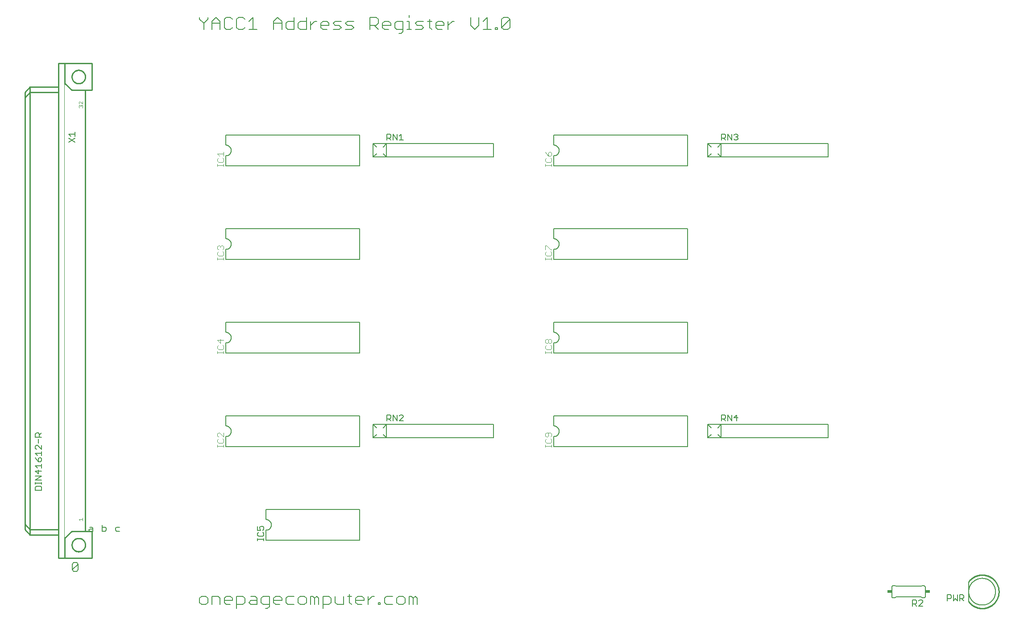
<source format=gbr>
G04 EAGLE Gerber RS-274X export*
G75*
%MOMM*%
%FSLAX34Y34*%
%LPD*%
%INSilkscreen Top*%
%IPPOS*%
%AMOC8*
5,1,8,0,0,1.08239X$1,22.5*%
G01*
%ADD10C,0.203200*%
%ADD11C,0.152400*%
%ADD12C,0.254000*%
%ADD13C,0.050800*%
%ADD14C,0.076200*%
%ADD15C,0.127000*%
%ADD16R,0.863600X0.609600*%
%ADD17C,0.101600*%


D10*
X255016Y1129304D02*
X255016Y1125406D01*
X262812Y1117610D01*
X270608Y1125406D01*
X270608Y1129304D01*
X262812Y1117610D02*
X262812Y1105916D01*
X278404Y1105916D02*
X278404Y1121508D01*
X286200Y1129304D01*
X293996Y1121508D01*
X293996Y1105916D01*
X293996Y1117610D02*
X278404Y1117610D01*
X313486Y1129304D02*
X317384Y1125406D01*
X313486Y1129304D02*
X305690Y1129304D01*
X301792Y1125406D01*
X301792Y1109814D01*
X305690Y1105916D01*
X313486Y1105916D01*
X317384Y1109814D01*
X336874Y1129304D02*
X340772Y1125406D01*
X336874Y1129304D02*
X329078Y1129304D01*
X325180Y1125406D01*
X325180Y1109814D01*
X329078Y1105916D01*
X336874Y1105916D01*
X340772Y1109814D01*
X348568Y1121508D02*
X356364Y1129304D01*
X356364Y1105916D01*
X348568Y1105916D02*
X364160Y1105916D01*
X395344Y1105916D02*
X395344Y1121508D01*
X403140Y1129304D01*
X410936Y1121508D01*
X410936Y1105916D01*
X410936Y1117610D02*
X395344Y1117610D01*
X434324Y1129304D02*
X434324Y1105916D01*
X422630Y1105916D01*
X418732Y1109814D01*
X418732Y1117610D01*
X422630Y1121508D01*
X434324Y1121508D01*
X457712Y1129304D02*
X457712Y1105916D01*
X446018Y1105916D01*
X442120Y1109814D01*
X442120Y1117610D01*
X446018Y1121508D01*
X457712Y1121508D01*
X465508Y1121508D02*
X465508Y1105916D01*
X465508Y1113712D02*
X473304Y1121508D01*
X477202Y1121508D01*
X488896Y1105916D02*
X496692Y1105916D01*
X488896Y1105916D02*
X484998Y1109814D01*
X484998Y1117610D01*
X488896Y1121508D01*
X496692Y1121508D01*
X500590Y1117610D01*
X500590Y1113712D01*
X484998Y1113712D01*
X508386Y1105916D02*
X520080Y1105916D01*
X523978Y1109814D01*
X520080Y1113712D01*
X512284Y1113712D01*
X508386Y1117610D01*
X512284Y1121508D01*
X523978Y1121508D01*
X531774Y1105916D02*
X543468Y1105916D01*
X547366Y1109814D01*
X543468Y1113712D01*
X535672Y1113712D01*
X531774Y1117610D01*
X535672Y1121508D01*
X547366Y1121508D01*
X578550Y1129304D02*
X578550Y1105916D01*
X578550Y1129304D02*
X590244Y1129304D01*
X594142Y1125406D01*
X594142Y1117610D01*
X590244Y1113712D01*
X578550Y1113712D01*
X586346Y1113712D02*
X594142Y1105916D01*
X605836Y1105916D02*
X613632Y1105916D01*
X605836Y1105916D02*
X601938Y1109814D01*
X601938Y1117610D01*
X605836Y1121508D01*
X613632Y1121508D01*
X617530Y1117610D01*
X617530Y1113712D01*
X601938Y1113712D01*
X633121Y1098120D02*
X637019Y1098120D01*
X640917Y1102018D01*
X640917Y1121508D01*
X629223Y1121508D01*
X625326Y1117610D01*
X625326Y1109814D01*
X629223Y1105916D01*
X640917Y1105916D01*
X648713Y1121508D02*
X652611Y1121508D01*
X652611Y1105916D01*
X648713Y1105916D02*
X656509Y1105916D01*
X652611Y1129304D02*
X652611Y1133202D01*
X664305Y1105916D02*
X675999Y1105916D01*
X679897Y1109814D01*
X675999Y1113712D01*
X668203Y1113712D01*
X664305Y1117610D01*
X668203Y1121508D01*
X679897Y1121508D01*
X691591Y1125406D02*
X691591Y1109814D01*
X695489Y1105916D01*
X695489Y1121508D02*
X687693Y1121508D01*
X707183Y1105916D02*
X714979Y1105916D01*
X707183Y1105916D02*
X703285Y1109814D01*
X703285Y1117610D01*
X707183Y1121508D01*
X714979Y1121508D01*
X718877Y1117610D01*
X718877Y1113712D01*
X703285Y1113712D01*
X726673Y1105916D02*
X726673Y1121508D01*
X726673Y1113712D02*
X734469Y1121508D01*
X738367Y1121508D01*
X769551Y1129304D02*
X769551Y1113712D01*
X777347Y1105916D01*
X785143Y1113712D01*
X785143Y1129304D01*
X792939Y1121508D02*
X800735Y1129304D01*
X800735Y1105916D01*
X792939Y1105916D02*
X808531Y1105916D01*
X816327Y1105916D02*
X816327Y1109814D01*
X820225Y1109814D01*
X820225Y1105916D01*
X816327Y1105916D01*
X828021Y1109814D02*
X828021Y1125406D01*
X831919Y1129304D01*
X839715Y1129304D01*
X843613Y1125406D01*
X843613Y1109814D01*
X839715Y1105916D01*
X831919Y1105916D01*
X828021Y1109814D01*
X843613Y1125406D01*
X266710Y13716D02*
X258914Y13716D01*
X266710Y13716D02*
X270608Y17614D01*
X270608Y25410D01*
X266710Y29308D01*
X258914Y29308D01*
X255016Y25410D01*
X255016Y17614D01*
X258914Y13716D01*
X278404Y13716D02*
X278404Y29308D01*
X290098Y29308D01*
X293996Y25410D01*
X293996Y13716D01*
X305690Y13716D02*
X313486Y13716D01*
X305690Y13716D02*
X301792Y17614D01*
X301792Y25410D01*
X305690Y29308D01*
X313486Y29308D01*
X317384Y25410D01*
X317384Y21512D01*
X301792Y21512D01*
X325180Y29308D02*
X325180Y5920D01*
X325180Y29308D02*
X336874Y29308D01*
X340772Y25410D01*
X340772Y17614D01*
X336874Y13716D01*
X325180Y13716D01*
X352466Y29308D02*
X360262Y29308D01*
X364160Y25410D01*
X364160Y13716D01*
X352466Y13716D01*
X348568Y17614D01*
X352466Y21512D01*
X364160Y21512D01*
X379752Y5920D02*
X383650Y5920D01*
X387548Y9818D01*
X387548Y29308D01*
X375854Y29308D01*
X371956Y25410D01*
X371956Y17614D01*
X375854Y13716D01*
X387548Y13716D01*
X399242Y13716D02*
X407038Y13716D01*
X399242Y13716D02*
X395344Y17614D01*
X395344Y25410D01*
X399242Y29308D01*
X407038Y29308D01*
X410936Y25410D01*
X410936Y21512D01*
X395344Y21512D01*
X422630Y29308D02*
X434324Y29308D01*
X422630Y29308D02*
X418732Y25410D01*
X418732Y17614D01*
X422630Y13716D01*
X434324Y13716D01*
X446018Y13716D02*
X453814Y13716D01*
X457712Y17614D01*
X457712Y25410D01*
X453814Y29308D01*
X446018Y29308D01*
X442120Y25410D01*
X442120Y17614D01*
X446018Y13716D01*
X465508Y13716D02*
X465508Y29308D01*
X469406Y29308D01*
X473304Y25410D01*
X473304Y13716D01*
X473304Y25410D02*
X477202Y29308D01*
X481100Y25410D01*
X481100Y13716D01*
X488896Y5920D02*
X488896Y29308D01*
X500590Y29308D01*
X504488Y25410D01*
X504488Y17614D01*
X500590Y13716D01*
X488896Y13716D01*
X512284Y17614D02*
X512284Y29308D01*
X512284Y17614D02*
X516182Y13716D01*
X527876Y13716D01*
X527876Y29308D01*
X539570Y33206D02*
X539570Y17614D01*
X543468Y13716D01*
X543468Y29308D02*
X535672Y29308D01*
X555162Y13716D02*
X562958Y13716D01*
X555162Y13716D02*
X551264Y17614D01*
X551264Y25410D01*
X555162Y29308D01*
X562958Y29308D01*
X566856Y25410D01*
X566856Y21512D01*
X551264Y21512D01*
X574652Y13716D02*
X574652Y29308D01*
X574652Y21512D02*
X582448Y29308D01*
X586346Y29308D01*
X594142Y17614D02*
X594142Y13716D01*
X594142Y17614D02*
X598040Y17614D01*
X598040Y13716D01*
X594142Y13716D01*
X609733Y29308D02*
X621427Y29308D01*
X609733Y29308D02*
X605836Y25410D01*
X605836Y17614D01*
X609733Y13716D01*
X621427Y13716D01*
X633121Y13716D02*
X640917Y13716D01*
X644815Y17614D01*
X644815Y25410D01*
X640917Y29308D01*
X633121Y29308D01*
X629223Y25410D01*
X629223Y17614D01*
X633121Y13716D01*
X652611Y13716D02*
X652611Y29308D01*
X656509Y29308D01*
X660407Y25410D01*
X660407Y13716D01*
X660407Y25410D02*
X664305Y29308D01*
X668203Y25410D01*
X668203Y13716D01*
D11*
X13462Y79674D02*
X13462Y90520D01*
X16174Y93232D01*
X21597Y93232D01*
X24309Y90520D01*
X24309Y79674D01*
X21597Y76962D01*
X16174Y76962D01*
X13462Y79674D01*
X24309Y90520D01*
D12*
X-76200Y986790D02*
X-67310Y996950D01*
X-12700Y996950D01*
X-13970Y986790D02*
X-67310Y986790D01*
X-76200Y986790D02*
X-76200Y976630D01*
X-76200Y166370D01*
X-76200Y156210D01*
X-67310Y156210D02*
X-13970Y156210D01*
X-67310Y146050D02*
X-76200Y156210D01*
X-67310Y146050D02*
X-12700Y146050D01*
D13*
X-2200Y102900D02*
X-2200Y1041370D01*
D12*
X-12600Y1041370D02*
X-12600Y102900D01*
X-12700Y102000D02*
X50800Y101999D01*
X50800Y1041400D02*
X-1270Y1041400D01*
X-12700Y1041400D01*
X50800Y101999D02*
X50800Y101601D01*
X50800Y101999D02*
X50800Y152400D01*
X38100Y152400D01*
X12700Y152400D01*
X-1270Y139700D01*
X50800Y990600D02*
X50800Y1041400D01*
X50800Y990600D02*
X38100Y990600D01*
X12700Y990600D01*
X-1270Y1003300D01*
X38100Y990600D02*
X38100Y152400D01*
X-67310Y156210D02*
X-76200Y166370D01*
X-67310Y986790D02*
X-67310Y996950D01*
X-67310Y986790D02*
X-67310Y156210D01*
X-67310Y146050D01*
X-76200Y976630D02*
X-67310Y986790D01*
X-1270Y139700D02*
X-1270Y102870D01*
X-1270Y1003300D02*
X-1270Y1041400D01*
X12700Y1016064D02*
X12704Y1016376D01*
X12715Y1016687D01*
X12734Y1016998D01*
X12761Y1017309D01*
X12796Y1017619D01*
X12837Y1017927D01*
X12887Y1018235D01*
X12944Y1018542D01*
X13009Y1018847D01*
X13081Y1019150D01*
X13160Y1019451D01*
X13247Y1019751D01*
X13341Y1020048D01*
X13442Y1020343D01*
X13551Y1020635D01*
X13667Y1020924D01*
X13790Y1021211D01*
X13919Y1021494D01*
X14056Y1021774D01*
X14200Y1022051D01*
X14350Y1022324D01*
X14507Y1022593D01*
X14670Y1022858D01*
X14840Y1023120D01*
X15017Y1023377D01*
X15199Y1023629D01*
X15388Y1023877D01*
X15583Y1024121D01*
X15783Y1024359D01*
X15990Y1024593D01*
X16202Y1024821D01*
X16420Y1025044D01*
X16643Y1025262D01*
X16871Y1025474D01*
X17105Y1025681D01*
X17343Y1025881D01*
X17587Y1026076D01*
X17835Y1026265D01*
X18087Y1026447D01*
X18344Y1026624D01*
X18606Y1026794D01*
X18871Y1026957D01*
X19140Y1027114D01*
X19413Y1027264D01*
X19690Y1027408D01*
X19970Y1027545D01*
X20253Y1027674D01*
X20540Y1027797D01*
X20829Y1027913D01*
X21121Y1028022D01*
X21416Y1028123D01*
X21713Y1028217D01*
X22013Y1028304D01*
X22314Y1028383D01*
X22617Y1028455D01*
X22922Y1028520D01*
X23229Y1028577D01*
X23537Y1028627D01*
X23845Y1028668D01*
X24155Y1028703D01*
X24466Y1028730D01*
X24777Y1028749D01*
X25088Y1028760D01*
X25400Y1028764D01*
X25712Y1028760D01*
X26023Y1028749D01*
X26334Y1028730D01*
X26645Y1028703D01*
X26955Y1028668D01*
X27263Y1028627D01*
X27571Y1028577D01*
X27878Y1028520D01*
X28183Y1028455D01*
X28486Y1028383D01*
X28787Y1028304D01*
X29087Y1028217D01*
X29384Y1028123D01*
X29679Y1028022D01*
X29971Y1027913D01*
X30260Y1027797D01*
X30547Y1027674D01*
X30830Y1027545D01*
X31110Y1027408D01*
X31387Y1027264D01*
X31660Y1027114D01*
X31929Y1026957D01*
X32194Y1026794D01*
X32456Y1026624D01*
X32713Y1026447D01*
X32965Y1026265D01*
X33213Y1026076D01*
X33457Y1025881D01*
X33695Y1025681D01*
X33929Y1025474D01*
X34157Y1025262D01*
X34380Y1025044D01*
X34598Y1024821D01*
X34810Y1024593D01*
X35017Y1024359D01*
X35217Y1024121D01*
X35412Y1023877D01*
X35601Y1023629D01*
X35783Y1023377D01*
X35960Y1023120D01*
X36130Y1022858D01*
X36293Y1022593D01*
X36450Y1022324D01*
X36600Y1022051D01*
X36744Y1021774D01*
X36881Y1021494D01*
X37010Y1021211D01*
X37133Y1020924D01*
X37249Y1020635D01*
X37358Y1020343D01*
X37459Y1020048D01*
X37553Y1019751D01*
X37640Y1019451D01*
X37719Y1019150D01*
X37791Y1018847D01*
X37856Y1018542D01*
X37913Y1018235D01*
X37963Y1017927D01*
X38004Y1017619D01*
X38039Y1017309D01*
X38066Y1016998D01*
X38085Y1016687D01*
X38096Y1016376D01*
X38100Y1016064D01*
X38096Y1015752D01*
X38085Y1015441D01*
X38066Y1015130D01*
X38039Y1014819D01*
X38004Y1014509D01*
X37963Y1014201D01*
X37913Y1013893D01*
X37856Y1013586D01*
X37791Y1013281D01*
X37719Y1012978D01*
X37640Y1012677D01*
X37553Y1012377D01*
X37459Y1012080D01*
X37358Y1011785D01*
X37249Y1011493D01*
X37133Y1011204D01*
X37010Y1010917D01*
X36881Y1010634D01*
X36744Y1010354D01*
X36600Y1010077D01*
X36450Y1009804D01*
X36293Y1009535D01*
X36130Y1009270D01*
X35960Y1009008D01*
X35783Y1008751D01*
X35601Y1008499D01*
X35412Y1008251D01*
X35217Y1008007D01*
X35017Y1007769D01*
X34810Y1007535D01*
X34598Y1007307D01*
X34380Y1007084D01*
X34157Y1006866D01*
X33929Y1006654D01*
X33695Y1006447D01*
X33457Y1006247D01*
X33213Y1006052D01*
X32965Y1005863D01*
X32713Y1005681D01*
X32456Y1005504D01*
X32194Y1005334D01*
X31929Y1005171D01*
X31660Y1005014D01*
X31387Y1004864D01*
X31110Y1004720D01*
X30830Y1004583D01*
X30547Y1004454D01*
X30260Y1004331D01*
X29971Y1004215D01*
X29679Y1004106D01*
X29384Y1004005D01*
X29087Y1003911D01*
X28787Y1003824D01*
X28486Y1003745D01*
X28183Y1003673D01*
X27878Y1003608D01*
X27571Y1003551D01*
X27263Y1003501D01*
X26955Y1003460D01*
X26645Y1003425D01*
X26334Y1003398D01*
X26023Y1003379D01*
X25712Y1003368D01*
X25400Y1003364D01*
X25088Y1003368D01*
X24777Y1003379D01*
X24466Y1003398D01*
X24155Y1003425D01*
X23845Y1003460D01*
X23537Y1003501D01*
X23229Y1003551D01*
X22922Y1003608D01*
X22617Y1003673D01*
X22314Y1003745D01*
X22013Y1003824D01*
X21713Y1003911D01*
X21416Y1004005D01*
X21121Y1004106D01*
X20829Y1004215D01*
X20540Y1004331D01*
X20253Y1004454D01*
X19970Y1004583D01*
X19690Y1004720D01*
X19413Y1004864D01*
X19140Y1005014D01*
X18871Y1005171D01*
X18606Y1005334D01*
X18344Y1005504D01*
X18087Y1005681D01*
X17835Y1005863D01*
X17587Y1006052D01*
X17343Y1006247D01*
X17105Y1006447D01*
X16871Y1006654D01*
X16643Y1006866D01*
X16420Y1007084D01*
X16202Y1007307D01*
X15990Y1007535D01*
X15783Y1007769D01*
X15583Y1008007D01*
X15388Y1008251D01*
X15199Y1008499D01*
X15017Y1008751D01*
X14840Y1009008D01*
X14670Y1009270D01*
X14507Y1009535D01*
X14350Y1009804D01*
X14200Y1010077D01*
X14056Y1010354D01*
X13919Y1010634D01*
X13790Y1010917D01*
X13667Y1011204D01*
X13551Y1011493D01*
X13442Y1011785D01*
X13341Y1012080D01*
X13247Y1012377D01*
X13160Y1012677D01*
X13081Y1012978D01*
X13009Y1013281D01*
X12944Y1013586D01*
X12887Y1013893D01*
X12837Y1014201D01*
X12796Y1014509D01*
X12761Y1014819D01*
X12734Y1015130D01*
X12715Y1015441D01*
X12704Y1015752D01*
X12700Y1016064D01*
X12700Y126936D02*
X12704Y127248D01*
X12715Y127559D01*
X12734Y127870D01*
X12761Y128181D01*
X12796Y128491D01*
X12837Y128799D01*
X12887Y129107D01*
X12944Y129414D01*
X13009Y129719D01*
X13081Y130022D01*
X13160Y130323D01*
X13247Y130623D01*
X13341Y130920D01*
X13442Y131215D01*
X13551Y131507D01*
X13667Y131796D01*
X13790Y132083D01*
X13919Y132366D01*
X14056Y132646D01*
X14200Y132923D01*
X14350Y133196D01*
X14507Y133465D01*
X14670Y133730D01*
X14840Y133992D01*
X15017Y134249D01*
X15199Y134501D01*
X15388Y134749D01*
X15583Y134993D01*
X15783Y135231D01*
X15990Y135465D01*
X16202Y135693D01*
X16420Y135916D01*
X16643Y136134D01*
X16871Y136346D01*
X17105Y136553D01*
X17343Y136753D01*
X17587Y136948D01*
X17835Y137137D01*
X18087Y137319D01*
X18344Y137496D01*
X18606Y137666D01*
X18871Y137829D01*
X19140Y137986D01*
X19413Y138136D01*
X19690Y138280D01*
X19970Y138417D01*
X20253Y138546D01*
X20540Y138669D01*
X20829Y138785D01*
X21121Y138894D01*
X21416Y138995D01*
X21713Y139089D01*
X22013Y139176D01*
X22314Y139255D01*
X22617Y139327D01*
X22922Y139392D01*
X23229Y139449D01*
X23537Y139499D01*
X23845Y139540D01*
X24155Y139575D01*
X24466Y139602D01*
X24777Y139621D01*
X25088Y139632D01*
X25400Y139636D01*
X25712Y139632D01*
X26023Y139621D01*
X26334Y139602D01*
X26645Y139575D01*
X26955Y139540D01*
X27263Y139499D01*
X27571Y139449D01*
X27878Y139392D01*
X28183Y139327D01*
X28486Y139255D01*
X28787Y139176D01*
X29087Y139089D01*
X29384Y138995D01*
X29679Y138894D01*
X29971Y138785D01*
X30260Y138669D01*
X30547Y138546D01*
X30830Y138417D01*
X31110Y138280D01*
X31387Y138136D01*
X31660Y137986D01*
X31929Y137829D01*
X32194Y137666D01*
X32456Y137496D01*
X32713Y137319D01*
X32965Y137137D01*
X33213Y136948D01*
X33457Y136753D01*
X33695Y136553D01*
X33929Y136346D01*
X34157Y136134D01*
X34380Y135916D01*
X34598Y135693D01*
X34810Y135465D01*
X35017Y135231D01*
X35217Y134993D01*
X35412Y134749D01*
X35601Y134501D01*
X35783Y134249D01*
X35960Y133992D01*
X36130Y133730D01*
X36293Y133465D01*
X36450Y133196D01*
X36600Y132923D01*
X36744Y132646D01*
X36881Y132366D01*
X37010Y132083D01*
X37133Y131796D01*
X37249Y131507D01*
X37358Y131215D01*
X37459Y130920D01*
X37553Y130623D01*
X37640Y130323D01*
X37719Y130022D01*
X37791Y129719D01*
X37856Y129414D01*
X37913Y129107D01*
X37963Y128799D01*
X38004Y128491D01*
X38039Y128181D01*
X38066Y127870D01*
X38085Y127559D01*
X38096Y127248D01*
X38100Y126936D01*
X38096Y126624D01*
X38085Y126313D01*
X38066Y126002D01*
X38039Y125691D01*
X38004Y125381D01*
X37963Y125073D01*
X37913Y124765D01*
X37856Y124458D01*
X37791Y124153D01*
X37719Y123850D01*
X37640Y123549D01*
X37553Y123249D01*
X37459Y122952D01*
X37358Y122657D01*
X37249Y122365D01*
X37133Y122076D01*
X37010Y121789D01*
X36881Y121506D01*
X36744Y121226D01*
X36600Y120949D01*
X36450Y120676D01*
X36293Y120407D01*
X36130Y120142D01*
X35960Y119880D01*
X35783Y119623D01*
X35601Y119371D01*
X35412Y119123D01*
X35217Y118879D01*
X35017Y118641D01*
X34810Y118407D01*
X34598Y118179D01*
X34380Y117956D01*
X34157Y117738D01*
X33929Y117526D01*
X33695Y117319D01*
X33457Y117119D01*
X33213Y116924D01*
X32965Y116735D01*
X32713Y116553D01*
X32456Y116376D01*
X32194Y116206D01*
X31929Y116043D01*
X31660Y115886D01*
X31387Y115736D01*
X31110Y115592D01*
X30830Y115455D01*
X30547Y115326D01*
X30260Y115203D01*
X29971Y115087D01*
X29679Y114978D01*
X29384Y114877D01*
X29087Y114783D01*
X28787Y114696D01*
X28486Y114617D01*
X28183Y114545D01*
X27878Y114480D01*
X27571Y114423D01*
X27263Y114373D01*
X26955Y114332D01*
X26645Y114297D01*
X26334Y114270D01*
X26023Y114251D01*
X25712Y114240D01*
X25400Y114236D01*
X25088Y114240D01*
X24777Y114251D01*
X24466Y114270D01*
X24155Y114297D01*
X23845Y114332D01*
X23537Y114373D01*
X23229Y114423D01*
X22922Y114480D01*
X22617Y114545D01*
X22314Y114617D01*
X22013Y114696D01*
X21713Y114783D01*
X21416Y114877D01*
X21121Y114978D01*
X20829Y115087D01*
X20540Y115203D01*
X20253Y115326D01*
X19970Y115455D01*
X19690Y115592D01*
X19413Y115736D01*
X19140Y115886D01*
X18871Y116043D01*
X18606Y116206D01*
X18344Y116376D01*
X18087Y116553D01*
X17835Y116735D01*
X17587Y116924D01*
X17343Y117119D01*
X17105Y117319D01*
X16871Y117526D01*
X16643Y117738D01*
X16420Y117956D01*
X16202Y118179D01*
X15990Y118407D01*
X15783Y118641D01*
X15583Y118879D01*
X15388Y119123D01*
X15199Y119371D01*
X15017Y119623D01*
X14840Y119880D01*
X14670Y120142D01*
X14507Y120407D01*
X14350Y120676D01*
X14200Y120949D01*
X14056Y121226D01*
X13919Y121506D01*
X13790Y121789D01*
X13667Y122076D01*
X13551Y122365D01*
X13442Y122657D01*
X13341Y122952D01*
X13247Y123249D01*
X13160Y123549D01*
X13081Y123850D01*
X13009Y124153D01*
X12944Y124458D01*
X12887Y124765D01*
X12837Y125073D01*
X12796Y125381D01*
X12761Y125691D01*
X12734Y126002D01*
X12715Y126313D01*
X12704Y126624D01*
X12700Y126936D01*
D14*
X28232Y173237D02*
X25775Y175694D01*
X33147Y175694D01*
X33147Y173237D02*
X33147Y178152D01*
D15*
X46728Y160662D02*
X50541Y160662D01*
X52448Y158755D01*
X52448Y153035D01*
X46728Y153035D01*
X44821Y154942D01*
X46728Y156848D01*
X52448Y156848D01*
X70221Y153035D02*
X70221Y164475D01*
X70221Y153035D02*
X75941Y153035D01*
X77848Y154942D01*
X77848Y158755D01*
X75941Y160662D01*
X70221Y160662D01*
X97528Y160662D02*
X103248Y160662D01*
X97528Y160662D02*
X95621Y158755D01*
X95621Y154942D01*
X97528Y153035D01*
X103248Y153035D01*
D14*
X27003Y956963D02*
X25775Y958191D01*
X25775Y960649D01*
X27003Y961878D01*
X28232Y961878D01*
X29461Y960649D01*
X29461Y959420D01*
X29461Y960649D02*
X30690Y961878D01*
X31918Y961878D01*
X33147Y960649D01*
X33147Y958191D01*
X31918Y956963D01*
X33147Y964447D02*
X33147Y969362D01*
X33147Y964447D02*
X28232Y969362D01*
X27003Y969362D01*
X25775Y968133D01*
X25775Y965676D01*
X27003Y964447D01*
D15*
X-45085Y230493D02*
X-56525Y230493D01*
X-45085Y230493D02*
X-45085Y236213D01*
X-46992Y238120D01*
X-54618Y238120D01*
X-56525Y236213D01*
X-56525Y230493D01*
X-45085Y242187D02*
X-45085Y246000D01*
X-45085Y244094D02*
X-56525Y244094D01*
X-56525Y246000D02*
X-56525Y242187D01*
X-56525Y249983D02*
X-45085Y249983D01*
X-45085Y257610D02*
X-56525Y249983D01*
X-56525Y257610D02*
X-45085Y257610D01*
X-45085Y267397D02*
X-56525Y267397D01*
X-50805Y261677D01*
X-50805Y269303D01*
X-52712Y273371D02*
X-56525Y277184D01*
X-45085Y277184D01*
X-45085Y273371D02*
X-45085Y280997D01*
X-54618Y288878D02*
X-56525Y292691D01*
X-54618Y288878D02*
X-50805Y285065D01*
X-46992Y285065D01*
X-45085Y286972D01*
X-45085Y290785D01*
X-46992Y292691D01*
X-48898Y292691D01*
X-50805Y290785D01*
X-50805Y285065D01*
X-52712Y296759D02*
X-56525Y300572D01*
X-45085Y300572D01*
X-45085Y296759D02*
X-45085Y304385D01*
X-45085Y308453D02*
X-45085Y316079D01*
X-45085Y308453D02*
X-52712Y316079D01*
X-54618Y316079D01*
X-56525Y314173D01*
X-56525Y310359D01*
X-54618Y308453D01*
X-50805Y320147D02*
X-50805Y327773D01*
X-45085Y331841D02*
X-56525Y331841D01*
X-56525Y337561D01*
X-54618Y339467D01*
X-50805Y339467D01*
X-48898Y337561D01*
X-48898Y331841D01*
X-48898Y335654D02*
X-45085Y339467D01*
X6975Y891647D02*
X18415Y899274D01*
X18415Y891647D02*
X6975Y899274D01*
X10789Y903341D02*
X6975Y907154D01*
X18415Y907154D01*
X18415Y903341D02*
X18415Y910968D01*
D10*
X1714500Y57150D02*
X1714500Y19050D01*
D12*
X1714974Y18434D01*
X1715463Y17829D01*
X1715967Y17237D01*
X1716485Y16657D01*
X1717017Y16090D01*
X1717563Y15536D01*
X1718122Y14996D01*
X1718695Y14470D01*
X1719280Y13957D01*
X1719877Y13460D01*
X1720486Y12977D01*
X1721107Y12509D01*
X1721740Y12056D01*
X1722383Y11619D01*
X1723037Y11198D01*
X1723701Y10794D01*
X1724374Y10405D01*
X1725057Y10033D01*
X1725749Y9678D01*
X1726449Y9340D01*
X1727157Y9019D01*
X1727873Y8716D01*
X1728597Y8430D01*
X1729326Y8162D01*
X1730063Y7912D01*
X1730805Y7681D01*
X1731553Y7467D01*
X1732305Y7272D01*
X1733063Y7095D01*
X1733824Y6937D01*
X1734589Y6797D01*
X1735357Y6677D01*
X1736128Y6575D01*
X1736901Y6492D01*
X1737676Y6428D01*
X1738452Y6383D01*
X1739229Y6357D01*
X1740007Y6350D01*
X1740784Y6362D01*
X1741561Y6393D01*
X1742337Y6444D01*
X1743112Y6513D01*
X1743884Y6601D01*
X1744654Y6708D01*
X1745422Y6834D01*
X1746186Y6978D01*
X1746946Y7142D01*
X1747702Y7324D01*
X1748453Y7524D01*
X1749200Y7742D01*
X1749940Y7979D01*
X1750675Y8234D01*
X1751403Y8507D01*
X1752124Y8798D01*
X1752838Y9106D01*
X1753544Y9431D01*
X1754242Y9774D01*
X1754932Y10134D01*
X1755612Y10510D01*
X1756283Y10903D01*
X1756944Y11313D01*
X1757595Y11738D01*
X1758235Y12179D01*
X1758864Y12636D01*
X1759482Y13108D01*
X1760088Y13595D01*
X1760682Y14097D01*
X1761264Y14613D01*
X1761833Y15143D01*
X1762388Y15687D01*
X1762931Y16245D01*
X1763459Y16815D01*
X1763973Y17398D01*
X1764473Y17994D01*
X1764958Y18602D01*
X1765428Y19221D01*
X1765882Y19852D01*
X1766321Y20494D01*
X1766745Y21146D01*
X1767152Y21809D01*
X1767543Y22481D01*
X1767917Y23163D01*
X1768274Y23853D01*
X1768614Y24552D01*
X1768938Y25260D01*
X1769243Y25974D01*
X1769532Y26697D01*
X1769802Y27426D01*
X1770054Y28161D01*
X1770289Y28903D01*
X1770505Y29650D01*
X1770703Y30402D01*
X1770882Y31158D01*
X1771043Y31919D01*
X1771185Y32683D01*
X1771308Y33451D01*
X1771412Y34222D01*
X1771498Y34995D01*
X1771564Y35769D01*
X1771612Y36545D01*
X1771640Y37322D01*
X1771650Y38100D01*
X1771640Y38878D01*
X1771612Y39655D01*
X1771564Y40431D01*
X1771498Y41205D01*
X1771412Y41978D01*
X1771308Y42749D01*
X1771185Y43517D01*
X1771043Y44281D01*
X1770882Y45042D01*
X1770703Y45798D01*
X1770505Y46550D01*
X1770289Y47297D01*
X1770054Y48039D01*
X1769802Y48774D01*
X1769532Y49503D01*
X1769243Y50226D01*
X1768938Y50940D01*
X1768614Y51648D01*
X1768274Y52347D01*
X1767917Y53037D01*
X1767543Y53719D01*
X1767152Y54391D01*
X1766745Y55054D01*
X1766321Y55706D01*
X1765882Y56348D01*
X1765428Y56979D01*
X1764958Y57598D01*
X1764473Y58206D01*
X1763973Y58802D01*
X1763459Y59385D01*
X1762931Y59955D01*
X1762388Y60513D01*
X1761833Y61057D01*
X1761264Y61587D01*
X1760682Y62103D01*
X1760088Y62605D01*
X1759482Y63092D01*
X1758864Y63564D01*
X1758235Y64021D01*
X1757595Y64462D01*
X1756944Y64887D01*
X1756283Y65297D01*
X1755612Y65690D01*
X1754932Y66066D01*
X1754242Y66426D01*
X1753544Y66769D01*
X1752838Y67094D01*
X1752124Y67402D01*
X1751403Y67693D01*
X1750675Y67966D01*
X1749940Y68221D01*
X1749200Y68458D01*
X1748453Y68676D01*
X1747702Y68876D01*
X1746946Y69058D01*
X1746186Y69222D01*
X1745422Y69366D01*
X1744654Y69492D01*
X1743884Y69599D01*
X1743112Y69687D01*
X1742337Y69756D01*
X1741561Y69807D01*
X1740784Y69838D01*
X1740007Y69850D01*
X1739229Y69843D01*
X1738452Y69817D01*
X1737676Y69772D01*
X1736901Y69708D01*
X1736128Y69625D01*
X1735357Y69523D01*
X1734589Y69403D01*
X1733824Y69263D01*
X1733063Y69105D01*
X1732305Y68928D01*
X1731553Y68733D01*
X1730805Y68519D01*
X1730063Y68288D01*
X1729326Y68038D01*
X1728597Y67770D01*
X1727873Y67484D01*
X1727157Y67181D01*
X1726449Y66860D01*
X1725749Y66522D01*
X1725057Y66167D01*
X1724374Y65795D01*
X1723701Y65406D01*
X1723037Y65002D01*
X1722383Y64581D01*
X1721740Y64144D01*
X1721107Y63691D01*
X1720486Y63223D01*
X1719877Y62740D01*
X1719280Y62243D01*
X1718695Y61730D01*
X1718122Y61204D01*
X1717563Y60664D01*
X1717017Y60110D01*
X1716485Y59543D01*
X1715967Y58963D01*
X1715463Y58371D01*
X1714974Y57766D01*
X1714500Y57150D01*
D11*
X1714500Y38100D02*
X1714508Y38723D01*
X1714531Y39346D01*
X1714569Y39969D01*
X1714622Y40590D01*
X1714691Y41209D01*
X1714775Y41827D01*
X1714874Y42442D01*
X1714988Y43055D01*
X1715117Y43665D01*
X1715261Y44272D01*
X1715420Y44875D01*
X1715594Y45473D01*
X1715782Y46068D01*
X1715985Y46657D01*
X1716202Y47241D01*
X1716433Y47820D01*
X1716679Y48393D01*
X1716939Y48960D01*
X1717212Y49520D01*
X1717499Y50073D01*
X1717800Y50620D01*
X1718114Y51158D01*
X1718441Y51689D01*
X1718781Y52211D01*
X1719133Y52726D01*
X1719499Y53231D01*
X1719876Y53727D01*
X1720266Y54214D01*
X1720667Y54691D01*
X1721080Y55158D01*
X1721504Y55614D01*
X1721939Y56061D01*
X1722386Y56496D01*
X1722842Y56920D01*
X1723309Y57333D01*
X1723786Y57734D01*
X1724273Y58124D01*
X1724769Y58501D01*
X1725274Y58867D01*
X1725789Y59219D01*
X1726311Y59559D01*
X1726842Y59886D01*
X1727380Y60200D01*
X1727927Y60501D01*
X1728480Y60788D01*
X1729040Y61061D01*
X1729607Y61321D01*
X1730180Y61567D01*
X1730759Y61798D01*
X1731343Y62015D01*
X1731932Y62218D01*
X1732527Y62406D01*
X1733125Y62580D01*
X1733728Y62739D01*
X1734335Y62883D01*
X1734945Y63012D01*
X1735558Y63126D01*
X1736173Y63225D01*
X1736791Y63309D01*
X1737410Y63378D01*
X1738031Y63431D01*
X1738654Y63469D01*
X1739277Y63492D01*
X1739900Y63500D01*
X1740523Y63492D01*
X1741146Y63469D01*
X1741769Y63431D01*
X1742390Y63378D01*
X1743009Y63309D01*
X1743627Y63225D01*
X1744242Y63126D01*
X1744855Y63012D01*
X1745465Y62883D01*
X1746072Y62739D01*
X1746675Y62580D01*
X1747273Y62406D01*
X1747868Y62218D01*
X1748457Y62015D01*
X1749041Y61798D01*
X1749620Y61567D01*
X1750193Y61321D01*
X1750760Y61061D01*
X1751320Y60788D01*
X1751873Y60501D01*
X1752420Y60200D01*
X1752958Y59886D01*
X1753489Y59559D01*
X1754011Y59219D01*
X1754526Y58867D01*
X1755031Y58501D01*
X1755527Y58124D01*
X1756014Y57734D01*
X1756491Y57333D01*
X1756958Y56920D01*
X1757414Y56496D01*
X1757861Y56061D01*
X1758296Y55614D01*
X1758720Y55158D01*
X1759133Y54691D01*
X1759534Y54214D01*
X1759924Y53727D01*
X1760301Y53231D01*
X1760667Y52726D01*
X1761019Y52211D01*
X1761359Y51689D01*
X1761686Y51158D01*
X1762000Y50620D01*
X1762301Y50073D01*
X1762588Y49520D01*
X1762861Y48960D01*
X1763121Y48393D01*
X1763367Y47820D01*
X1763598Y47241D01*
X1763815Y46657D01*
X1764018Y46068D01*
X1764206Y45473D01*
X1764380Y44875D01*
X1764539Y44272D01*
X1764683Y43665D01*
X1764812Y43055D01*
X1764926Y42442D01*
X1765025Y41827D01*
X1765109Y41209D01*
X1765178Y40590D01*
X1765231Y39969D01*
X1765269Y39346D01*
X1765292Y38723D01*
X1765300Y38100D01*
X1765292Y37477D01*
X1765269Y36854D01*
X1765231Y36231D01*
X1765178Y35610D01*
X1765109Y34991D01*
X1765025Y34373D01*
X1764926Y33758D01*
X1764812Y33145D01*
X1764683Y32535D01*
X1764539Y31928D01*
X1764380Y31325D01*
X1764206Y30727D01*
X1764018Y30132D01*
X1763815Y29543D01*
X1763598Y28959D01*
X1763367Y28380D01*
X1763121Y27807D01*
X1762861Y27240D01*
X1762588Y26680D01*
X1762301Y26127D01*
X1762000Y25580D01*
X1761686Y25042D01*
X1761359Y24511D01*
X1761019Y23989D01*
X1760667Y23474D01*
X1760301Y22969D01*
X1759924Y22473D01*
X1759534Y21986D01*
X1759133Y21509D01*
X1758720Y21042D01*
X1758296Y20586D01*
X1757861Y20139D01*
X1757414Y19704D01*
X1756958Y19280D01*
X1756491Y18867D01*
X1756014Y18466D01*
X1755527Y18076D01*
X1755031Y17699D01*
X1754526Y17333D01*
X1754011Y16981D01*
X1753489Y16641D01*
X1752958Y16314D01*
X1752420Y16000D01*
X1751873Y15699D01*
X1751320Y15412D01*
X1750760Y15139D01*
X1750193Y14879D01*
X1749620Y14633D01*
X1749041Y14402D01*
X1748457Y14185D01*
X1747868Y13982D01*
X1747273Y13794D01*
X1746675Y13620D01*
X1746072Y13461D01*
X1745465Y13317D01*
X1744855Y13188D01*
X1744242Y13074D01*
X1743627Y12975D01*
X1743009Y12891D01*
X1742390Y12822D01*
X1741769Y12769D01*
X1741146Y12731D01*
X1740523Y12708D01*
X1739900Y12700D01*
X1739277Y12708D01*
X1738654Y12731D01*
X1738031Y12769D01*
X1737410Y12822D01*
X1736791Y12891D01*
X1736173Y12975D01*
X1735558Y13074D01*
X1734945Y13188D01*
X1734335Y13317D01*
X1733728Y13461D01*
X1733125Y13620D01*
X1732527Y13794D01*
X1731932Y13982D01*
X1731343Y14185D01*
X1730759Y14402D01*
X1730180Y14633D01*
X1729607Y14879D01*
X1729040Y15139D01*
X1728480Y15412D01*
X1727927Y15699D01*
X1727380Y16000D01*
X1726842Y16314D01*
X1726311Y16641D01*
X1725789Y16981D01*
X1725274Y17333D01*
X1724769Y17699D01*
X1724273Y18076D01*
X1723786Y18466D01*
X1723309Y18867D01*
X1722842Y19280D01*
X1722386Y19704D01*
X1721939Y20139D01*
X1721504Y20586D01*
X1721080Y21042D01*
X1720667Y21509D01*
X1720266Y21986D01*
X1719876Y22473D01*
X1719499Y22969D01*
X1719133Y23474D01*
X1718781Y23989D01*
X1718441Y24511D01*
X1718114Y25042D01*
X1717800Y25580D01*
X1717499Y26127D01*
X1717212Y26680D01*
X1716939Y27240D01*
X1716679Y27807D01*
X1716433Y28380D01*
X1716202Y28959D01*
X1715985Y29543D01*
X1715782Y30132D01*
X1715594Y30727D01*
X1715420Y31325D01*
X1715261Y31928D01*
X1715117Y32535D01*
X1714988Y33145D01*
X1714874Y33758D01*
X1714775Y34373D01*
X1714691Y34991D01*
X1714622Y35610D01*
X1714569Y36231D01*
X1714531Y36854D01*
X1714508Y37477D01*
X1714500Y38100D01*
D15*
X1673703Y32141D02*
X1673703Y20701D01*
X1673703Y32141D02*
X1679423Y32141D01*
X1681330Y30234D01*
X1681330Y26421D01*
X1679423Y24514D01*
X1673703Y24514D01*
X1685397Y20701D02*
X1685397Y32141D01*
X1689210Y24514D02*
X1685397Y20701D01*
X1689210Y24514D02*
X1693024Y20701D01*
X1693024Y32141D01*
X1697091Y32141D02*
X1697091Y20701D01*
X1697091Y32141D02*
X1702811Y32141D01*
X1704717Y30234D01*
X1704717Y26421D01*
X1702811Y24514D01*
X1697091Y24514D01*
X1700904Y24514D02*
X1704717Y20701D01*
D11*
X1631950Y29210D02*
X1631948Y29110D01*
X1631942Y29011D01*
X1631932Y28911D01*
X1631919Y28813D01*
X1631901Y28714D01*
X1631880Y28617D01*
X1631855Y28521D01*
X1631826Y28425D01*
X1631793Y28331D01*
X1631757Y28238D01*
X1631717Y28147D01*
X1631673Y28057D01*
X1631626Y27969D01*
X1631576Y27883D01*
X1631522Y27799D01*
X1631465Y27717D01*
X1631405Y27638D01*
X1631341Y27560D01*
X1631275Y27486D01*
X1631206Y27414D01*
X1631134Y27345D01*
X1631060Y27279D01*
X1630982Y27215D01*
X1630903Y27155D01*
X1630821Y27098D01*
X1630737Y27044D01*
X1630651Y26994D01*
X1630563Y26947D01*
X1630473Y26903D01*
X1630382Y26863D01*
X1630289Y26827D01*
X1630195Y26794D01*
X1630099Y26765D01*
X1630003Y26740D01*
X1629906Y26719D01*
X1629807Y26701D01*
X1629709Y26688D01*
X1629609Y26678D01*
X1629510Y26672D01*
X1629410Y26670D01*
X1631950Y46990D02*
X1631948Y47090D01*
X1631942Y47189D01*
X1631932Y47289D01*
X1631919Y47387D01*
X1631901Y47486D01*
X1631880Y47583D01*
X1631855Y47679D01*
X1631826Y47775D01*
X1631793Y47869D01*
X1631757Y47962D01*
X1631717Y48053D01*
X1631673Y48143D01*
X1631626Y48231D01*
X1631576Y48317D01*
X1631522Y48401D01*
X1631465Y48483D01*
X1631405Y48562D01*
X1631341Y48640D01*
X1631275Y48714D01*
X1631206Y48786D01*
X1631134Y48855D01*
X1631060Y48921D01*
X1630982Y48985D01*
X1630903Y49045D01*
X1630821Y49102D01*
X1630737Y49156D01*
X1630651Y49206D01*
X1630563Y49253D01*
X1630473Y49297D01*
X1630382Y49337D01*
X1630289Y49373D01*
X1630195Y49406D01*
X1630099Y49435D01*
X1630003Y49460D01*
X1629906Y49481D01*
X1629807Y49499D01*
X1629709Y49512D01*
X1629609Y49522D01*
X1629510Y49528D01*
X1629410Y49530D01*
X1570990Y49530D02*
X1570890Y49528D01*
X1570791Y49522D01*
X1570691Y49512D01*
X1570593Y49499D01*
X1570494Y49481D01*
X1570397Y49460D01*
X1570301Y49435D01*
X1570205Y49406D01*
X1570111Y49373D01*
X1570018Y49337D01*
X1569927Y49297D01*
X1569837Y49253D01*
X1569749Y49206D01*
X1569663Y49156D01*
X1569579Y49102D01*
X1569497Y49045D01*
X1569418Y48985D01*
X1569340Y48921D01*
X1569266Y48855D01*
X1569194Y48786D01*
X1569125Y48714D01*
X1569059Y48640D01*
X1568995Y48562D01*
X1568935Y48483D01*
X1568878Y48401D01*
X1568824Y48317D01*
X1568774Y48231D01*
X1568727Y48143D01*
X1568683Y48053D01*
X1568643Y47962D01*
X1568607Y47869D01*
X1568574Y47775D01*
X1568545Y47679D01*
X1568520Y47583D01*
X1568499Y47486D01*
X1568481Y47387D01*
X1568468Y47289D01*
X1568458Y47189D01*
X1568452Y47090D01*
X1568450Y46990D01*
X1568450Y29210D02*
X1568452Y29110D01*
X1568458Y29011D01*
X1568468Y28911D01*
X1568481Y28813D01*
X1568499Y28714D01*
X1568520Y28617D01*
X1568545Y28521D01*
X1568574Y28425D01*
X1568607Y28331D01*
X1568643Y28238D01*
X1568683Y28147D01*
X1568727Y28057D01*
X1568774Y27969D01*
X1568824Y27883D01*
X1568878Y27799D01*
X1568935Y27717D01*
X1568995Y27638D01*
X1569059Y27560D01*
X1569125Y27486D01*
X1569194Y27414D01*
X1569266Y27345D01*
X1569340Y27279D01*
X1569418Y27215D01*
X1569497Y27155D01*
X1569579Y27098D01*
X1569663Y27044D01*
X1569749Y26994D01*
X1569837Y26947D01*
X1569927Y26903D01*
X1570018Y26863D01*
X1570111Y26827D01*
X1570205Y26794D01*
X1570301Y26765D01*
X1570397Y26740D01*
X1570494Y26719D01*
X1570593Y26701D01*
X1570691Y26688D01*
X1570791Y26678D01*
X1570890Y26672D01*
X1570990Y26670D01*
X1631950Y29210D02*
X1631950Y46990D01*
X1629410Y26670D02*
X1625600Y26670D01*
X1624330Y27940D01*
X1625600Y49530D02*
X1629410Y49530D01*
X1625600Y49530D02*
X1624330Y48260D01*
X1576070Y27940D02*
X1574800Y26670D01*
X1576070Y27940D02*
X1624330Y27940D01*
X1576070Y48260D02*
X1574800Y49530D01*
X1576070Y48260D02*
X1624330Y48260D01*
X1574800Y26670D02*
X1570990Y26670D01*
X1570990Y49530D02*
X1574800Y49530D01*
X1568450Y46990D02*
X1568450Y29210D01*
D16*
X1564132Y38100D03*
X1636268Y38100D03*
D15*
X1607927Y22235D02*
X1607927Y10795D01*
X1607927Y22235D02*
X1613647Y22235D01*
X1615554Y20328D01*
X1615554Y16515D01*
X1613647Y14608D01*
X1607927Y14608D01*
X1611740Y14608D02*
X1615554Y10795D01*
X1619621Y10795D02*
X1627248Y10795D01*
X1619621Y10795D02*
X1627248Y18422D01*
X1627248Y20328D01*
X1625341Y22235D01*
X1621528Y22235D01*
X1619621Y20328D01*
D11*
X558800Y905510D02*
X304800Y905510D01*
X304800Y847090D02*
X558800Y847090D01*
X558800Y905510D01*
X304800Y905510D02*
X304800Y886460D01*
X304800Y866140D02*
X304800Y847090D01*
X304800Y866140D02*
X305047Y866143D01*
X305295Y866152D01*
X305542Y866167D01*
X305788Y866188D01*
X306034Y866215D01*
X306279Y866248D01*
X306524Y866287D01*
X306767Y866332D01*
X307009Y866383D01*
X307250Y866440D01*
X307489Y866502D01*
X307727Y866571D01*
X307963Y866645D01*
X308197Y866725D01*
X308429Y866810D01*
X308659Y866902D01*
X308887Y866998D01*
X309112Y867101D01*
X309335Y867208D01*
X309555Y867322D01*
X309772Y867440D01*
X309987Y867564D01*
X310198Y867693D01*
X310406Y867827D01*
X310611Y867966D01*
X310812Y868110D01*
X311010Y868258D01*
X311204Y868412D01*
X311394Y868570D01*
X311580Y868733D01*
X311762Y868900D01*
X311940Y869072D01*
X312114Y869248D01*
X312284Y869428D01*
X312449Y869613D01*
X312609Y869801D01*
X312765Y869993D01*
X312917Y870189D01*
X313063Y870388D01*
X313205Y870591D01*
X313341Y870798D01*
X313473Y871007D01*
X313599Y871220D01*
X313720Y871436D01*
X313836Y871654D01*
X313946Y871876D01*
X314051Y872100D01*
X314151Y872326D01*
X314245Y872555D01*
X314333Y872786D01*
X314416Y873020D01*
X314493Y873255D01*
X314564Y873492D01*
X314630Y873730D01*
X314689Y873970D01*
X314743Y874212D01*
X314791Y874455D01*
X314833Y874698D01*
X314869Y874943D01*
X314899Y875189D01*
X314923Y875435D01*
X314941Y875682D01*
X314953Y875929D01*
X314959Y876176D01*
X314959Y876424D01*
X314953Y876671D01*
X314941Y876918D01*
X314923Y877165D01*
X314899Y877411D01*
X314869Y877657D01*
X314833Y877902D01*
X314791Y878145D01*
X314743Y878388D01*
X314689Y878630D01*
X314630Y878870D01*
X314564Y879108D01*
X314493Y879345D01*
X314416Y879580D01*
X314333Y879814D01*
X314245Y880045D01*
X314151Y880274D01*
X314051Y880500D01*
X313946Y880724D01*
X313836Y880946D01*
X313720Y881164D01*
X313599Y881380D01*
X313473Y881593D01*
X313341Y881802D01*
X313205Y882009D01*
X313063Y882212D01*
X312917Y882411D01*
X312765Y882607D01*
X312609Y882799D01*
X312449Y882987D01*
X312284Y883172D01*
X312114Y883352D01*
X311940Y883528D01*
X311762Y883700D01*
X311580Y883867D01*
X311394Y884030D01*
X311204Y884188D01*
X311010Y884342D01*
X310812Y884490D01*
X310611Y884634D01*
X310406Y884773D01*
X310198Y884907D01*
X309987Y885036D01*
X309772Y885160D01*
X309555Y885278D01*
X309335Y885392D01*
X309112Y885499D01*
X308887Y885602D01*
X308659Y885698D01*
X308429Y885790D01*
X308197Y885875D01*
X307963Y885955D01*
X307727Y886029D01*
X307489Y886098D01*
X307250Y886160D01*
X307009Y886217D01*
X306767Y886268D01*
X306524Y886313D01*
X306279Y886352D01*
X306034Y886385D01*
X305788Y886412D01*
X305542Y886433D01*
X305295Y886448D01*
X305047Y886457D01*
X304800Y886460D01*
D17*
X300482Y850226D02*
X300482Y846328D01*
X300482Y848277D02*
X288788Y848277D01*
X288788Y846328D02*
X288788Y850226D01*
X288788Y859971D02*
X290737Y861920D01*
X288788Y859971D02*
X288788Y856073D01*
X290737Y854124D01*
X298533Y854124D01*
X300482Y856073D01*
X300482Y859971D01*
X298533Y861920D01*
X292686Y865818D02*
X288788Y869716D01*
X300482Y869716D01*
X300482Y865818D02*
X300482Y873614D01*
D11*
X304800Y372110D02*
X558800Y372110D01*
X558800Y313690D02*
X304800Y313690D01*
X558800Y313690D02*
X558800Y372110D01*
X304800Y372110D02*
X304800Y353060D01*
X304800Y332740D02*
X304800Y313690D01*
X304800Y332740D02*
X305047Y332743D01*
X305295Y332752D01*
X305542Y332767D01*
X305788Y332788D01*
X306034Y332815D01*
X306279Y332848D01*
X306524Y332887D01*
X306767Y332932D01*
X307009Y332983D01*
X307250Y333040D01*
X307489Y333102D01*
X307727Y333171D01*
X307963Y333245D01*
X308197Y333325D01*
X308429Y333410D01*
X308659Y333502D01*
X308887Y333598D01*
X309112Y333701D01*
X309335Y333808D01*
X309555Y333922D01*
X309772Y334040D01*
X309987Y334164D01*
X310198Y334293D01*
X310406Y334427D01*
X310611Y334566D01*
X310812Y334710D01*
X311010Y334858D01*
X311204Y335012D01*
X311394Y335170D01*
X311580Y335333D01*
X311762Y335500D01*
X311940Y335672D01*
X312114Y335848D01*
X312284Y336028D01*
X312449Y336213D01*
X312609Y336401D01*
X312765Y336593D01*
X312917Y336789D01*
X313063Y336988D01*
X313205Y337191D01*
X313341Y337398D01*
X313473Y337607D01*
X313599Y337820D01*
X313720Y338036D01*
X313836Y338254D01*
X313946Y338476D01*
X314051Y338700D01*
X314151Y338926D01*
X314245Y339155D01*
X314333Y339386D01*
X314416Y339620D01*
X314493Y339855D01*
X314564Y340092D01*
X314630Y340330D01*
X314689Y340570D01*
X314743Y340812D01*
X314791Y341055D01*
X314833Y341298D01*
X314869Y341543D01*
X314899Y341789D01*
X314923Y342035D01*
X314941Y342282D01*
X314953Y342529D01*
X314959Y342776D01*
X314959Y343024D01*
X314953Y343271D01*
X314941Y343518D01*
X314923Y343765D01*
X314899Y344011D01*
X314869Y344257D01*
X314833Y344502D01*
X314791Y344745D01*
X314743Y344988D01*
X314689Y345230D01*
X314630Y345470D01*
X314564Y345708D01*
X314493Y345945D01*
X314416Y346180D01*
X314333Y346414D01*
X314245Y346645D01*
X314151Y346874D01*
X314051Y347100D01*
X313946Y347324D01*
X313836Y347546D01*
X313720Y347764D01*
X313599Y347980D01*
X313473Y348193D01*
X313341Y348402D01*
X313205Y348609D01*
X313063Y348812D01*
X312917Y349011D01*
X312765Y349207D01*
X312609Y349399D01*
X312449Y349587D01*
X312284Y349772D01*
X312114Y349952D01*
X311940Y350128D01*
X311762Y350300D01*
X311580Y350467D01*
X311394Y350630D01*
X311204Y350788D01*
X311010Y350942D01*
X310812Y351090D01*
X310611Y351234D01*
X310406Y351373D01*
X310198Y351507D01*
X309987Y351636D01*
X309772Y351760D01*
X309555Y351878D01*
X309335Y351992D01*
X309112Y352099D01*
X308887Y352202D01*
X308659Y352298D01*
X308429Y352390D01*
X308197Y352475D01*
X307963Y352555D01*
X307727Y352629D01*
X307489Y352698D01*
X307250Y352760D01*
X307009Y352817D01*
X306767Y352868D01*
X306524Y352913D01*
X306279Y352952D01*
X306034Y352985D01*
X305788Y353012D01*
X305542Y353033D01*
X305295Y353048D01*
X305047Y353057D01*
X304800Y353060D01*
D17*
X300482Y316826D02*
X300482Y312928D01*
X300482Y314877D02*
X288788Y314877D01*
X288788Y312928D02*
X288788Y316826D01*
X288788Y326571D02*
X290737Y328520D01*
X288788Y326571D02*
X288788Y322673D01*
X290737Y320724D01*
X298533Y320724D01*
X300482Y322673D01*
X300482Y326571D01*
X298533Y328520D01*
X300482Y332418D02*
X300482Y340214D01*
X300482Y332418D02*
X292686Y340214D01*
X290737Y340214D01*
X288788Y338265D01*
X288788Y334367D01*
X290737Y332418D01*
D11*
X304800Y727710D02*
X558800Y727710D01*
X558800Y669290D02*
X304800Y669290D01*
X558800Y669290D02*
X558800Y727710D01*
X304800Y727710D02*
X304800Y708660D01*
X304800Y688340D02*
X304800Y669290D01*
X304800Y688340D02*
X305047Y688343D01*
X305295Y688352D01*
X305542Y688367D01*
X305788Y688388D01*
X306034Y688415D01*
X306279Y688448D01*
X306524Y688487D01*
X306767Y688532D01*
X307009Y688583D01*
X307250Y688640D01*
X307489Y688702D01*
X307727Y688771D01*
X307963Y688845D01*
X308197Y688925D01*
X308429Y689010D01*
X308659Y689102D01*
X308887Y689198D01*
X309112Y689301D01*
X309335Y689408D01*
X309555Y689522D01*
X309772Y689640D01*
X309987Y689764D01*
X310198Y689893D01*
X310406Y690027D01*
X310611Y690166D01*
X310812Y690310D01*
X311010Y690458D01*
X311204Y690612D01*
X311394Y690770D01*
X311580Y690933D01*
X311762Y691100D01*
X311940Y691272D01*
X312114Y691448D01*
X312284Y691628D01*
X312449Y691813D01*
X312609Y692001D01*
X312765Y692193D01*
X312917Y692389D01*
X313063Y692588D01*
X313205Y692791D01*
X313341Y692998D01*
X313473Y693207D01*
X313599Y693420D01*
X313720Y693636D01*
X313836Y693854D01*
X313946Y694076D01*
X314051Y694300D01*
X314151Y694526D01*
X314245Y694755D01*
X314333Y694986D01*
X314416Y695220D01*
X314493Y695455D01*
X314564Y695692D01*
X314630Y695930D01*
X314689Y696170D01*
X314743Y696412D01*
X314791Y696655D01*
X314833Y696898D01*
X314869Y697143D01*
X314899Y697389D01*
X314923Y697635D01*
X314941Y697882D01*
X314953Y698129D01*
X314959Y698376D01*
X314959Y698624D01*
X314953Y698871D01*
X314941Y699118D01*
X314923Y699365D01*
X314899Y699611D01*
X314869Y699857D01*
X314833Y700102D01*
X314791Y700345D01*
X314743Y700588D01*
X314689Y700830D01*
X314630Y701070D01*
X314564Y701308D01*
X314493Y701545D01*
X314416Y701780D01*
X314333Y702014D01*
X314245Y702245D01*
X314151Y702474D01*
X314051Y702700D01*
X313946Y702924D01*
X313836Y703146D01*
X313720Y703364D01*
X313599Y703580D01*
X313473Y703793D01*
X313341Y704002D01*
X313205Y704209D01*
X313063Y704412D01*
X312917Y704611D01*
X312765Y704807D01*
X312609Y704999D01*
X312449Y705187D01*
X312284Y705372D01*
X312114Y705552D01*
X311940Y705728D01*
X311762Y705900D01*
X311580Y706067D01*
X311394Y706230D01*
X311204Y706388D01*
X311010Y706542D01*
X310812Y706690D01*
X310611Y706834D01*
X310406Y706973D01*
X310198Y707107D01*
X309987Y707236D01*
X309772Y707360D01*
X309555Y707478D01*
X309335Y707592D01*
X309112Y707699D01*
X308887Y707802D01*
X308659Y707898D01*
X308429Y707990D01*
X308197Y708075D01*
X307963Y708155D01*
X307727Y708229D01*
X307489Y708298D01*
X307250Y708360D01*
X307009Y708417D01*
X306767Y708468D01*
X306524Y708513D01*
X306279Y708552D01*
X306034Y708585D01*
X305788Y708612D01*
X305542Y708633D01*
X305295Y708648D01*
X305047Y708657D01*
X304800Y708660D01*
D17*
X300482Y672426D02*
X300482Y668528D01*
X300482Y670477D02*
X288788Y670477D01*
X288788Y668528D02*
X288788Y672426D01*
X288788Y682171D02*
X290737Y684120D01*
X288788Y682171D02*
X288788Y678273D01*
X290737Y676324D01*
X298533Y676324D01*
X300482Y678273D01*
X300482Y682171D01*
X298533Y684120D01*
X290737Y688018D02*
X288788Y689967D01*
X288788Y693865D01*
X290737Y695814D01*
X292686Y695814D01*
X294635Y693865D01*
X294635Y691916D01*
X294635Y693865D02*
X296584Y695814D01*
X298533Y695814D01*
X300482Y693865D01*
X300482Y689967D01*
X298533Y688018D01*
D11*
X304800Y549910D02*
X558800Y549910D01*
X558800Y491490D02*
X304800Y491490D01*
X558800Y491490D02*
X558800Y549910D01*
X304800Y549910D02*
X304800Y530860D01*
X304800Y510540D02*
X304800Y491490D01*
X304800Y510540D02*
X305047Y510543D01*
X305295Y510552D01*
X305542Y510567D01*
X305788Y510588D01*
X306034Y510615D01*
X306279Y510648D01*
X306524Y510687D01*
X306767Y510732D01*
X307009Y510783D01*
X307250Y510840D01*
X307489Y510902D01*
X307727Y510971D01*
X307963Y511045D01*
X308197Y511125D01*
X308429Y511210D01*
X308659Y511302D01*
X308887Y511398D01*
X309112Y511501D01*
X309335Y511608D01*
X309555Y511722D01*
X309772Y511840D01*
X309987Y511964D01*
X310198Y512093D01*
X310406Y512227D01*
X310611Y512366D01*
X310812Y512510D01*
X311010Y512658D01*
X311204Y512812D01*
X311394Y512970D01*
X311580Y513133D01*
X311762Y513300D01*
X311940Y513472D01*
X312114Y513648D01*
X312284Y513828D01*
X312449Y514013D01*
X312609Y514201D01*
X312765Y514393D01*
X312917Y514589D01*
X313063Y514788D01*
X313205Y514991D01*
X313341Y515198D01*
X313473Y515407D01*
X313599Y515620D01*
X313720Y515836D01*
X313836Y516054D01*
X313946Y516276D01*
X314051Y516500D01*
X314151Y516726D01*
X314245Y516955D01*
X314333Y517186D01*
X314416Y517420D01*
X314493Y517655D01*
X314564Y517892D01*
X314630Y518130D01*
X314689Y518370D01*
X314743Y518612D01*
X314791Y518855D01*
X314833Y519098D01*
X314869Y519343D01*
X314899Y519589D01*
X314923Y519835D01*
X314941Y520082D01*
X314953Y520329D01*
X314959Y520576D01*
X314959Y520824D01*
X314953Y521071D01*
X314941Y521318D01*
X314923Y521565D01*
X314899Y521811D01*
X314869Y522057D01*
X314833Y522302D01*
X314791Y522545D01*
X314743Y522788D01*
X314689Y523030D01*
X314630Y523270D01*
X314564Y523508D01*
X314493Y523745D01*
X314416Y523980D01*
X314333Y524214D01*
X314245Y524445D01*
X314151Y524674D01*
X314051Y524900D01*
X313946Y525124D01*
X313836Y525346D01*
X313720Y525564D01*
X313599Y525780D01*
X313473Y525993D01*
X313341Y526202D01*
X313205Y526409D01*
X313063Y526612D01*
X312917Y526811D01*
X312765Y527007D01*
X312609Y527199D01*
X312449Y527387D01*
X312284Y527572D01*
X312114Y527752D01*
X311940Y527928D01*
X311762Y528100D01*
X311580Y528267D01*
X311394Y528430D01*
X311204Y528588D01*
X311010Y528742D01*
X310812Y528890D01*
X310611Y529034D01*
X310406Y529173D01*
X310198Y529307D01*
X309987Y529436D01*
X309772Y529560D01*
X309555Y529678D01*
X309335Y529792D01*
X309112Y529899D01*
X308887Y530002D01*
X308659Y530098D01*
X308429Y530190D01*
X308197Y530275D01*
X307963Y530355D01*
X307727Y530429D01*
X307489Y530498D01*
X307250Y530560D01*
X307009Y530617D01*
X306767Y530668D01*
X306524Y530713D01*
X306279Y530752D01*
X306034Y530785D01*
X305788Y530812D01*
X305542Y530833D01*
X305295Y530848D01*
X305047Y530857D01*
X304800Y530860D01*
D17*
X300482Y494626D02*
X300482Y490728D01*
X300482Y492677D02*
X288788Y492677D01*
X288788Y490728D02*
X288788Y494626D01*
X288788Y504371D02*
X290737Y506320D01*
X288788Y504371D02*
X288788Y500473D01*
X290737Y498524D01*
X298533Y498524D01*
X300482Y500473D01*
X300482Y504371D01*
X298533Y506320D01*
X300482Y516065D02*
X288788Y516065D01*
X294635Y510218D01*
X294635Y518014D01*
D11*
X381000Y194310D02*
X558800Y194310D01*
X558800Y135890D02*
X381000Y135890D01*
X558800Y135890D02*
X558800Y194310D01*
X381000Y194310D02*
X381000Y175260D01*
X381000Y154940D02*
X381000Y135890D01*
X381000Y154940D02*
X381247Y154943D01*
X381495Y154952D01*
X381742Y154967D01*
X381988Y154988D01*
X382234Y155015D01*
X382479Y155048D01*
X382724Y155087D01*
X382967Y155132D01*
X383209Y155183D01*
X383450Y155240D01*
X383689Y155302D01*
X383927Y155371D01*
X384163Y155445D01*
X384397Y155525D01*
X384629Y155610D01*
X384859Y155702D01*
X385087Y155798D01*
X385312Y155901D01*
X385535Y156008D01*
X385755Y156122D01*
X385972Y156240D01*
X386187Y156364D01*
X386398Y156493D01*
X386606Y156627D01*
X386811Y156766D01*
X387012Y156910D01*
X387210Y157058D01*
X387404Y157212D01*
X387594Y157370D01*
X387780Y157533D01*
X387962Y157700D01*
X388140Y157872D01*
X388314Y158048D01*
X388484Y158228D01*
X388649Y158413D01*
X388809Y158601D01*
X388965Y158793D01*
X389117Y158989D01*
X389263Y159188D01*
X389405Y159391D01*
X389541Y159598D01*
X389673Y159807D01*
X389799Y160020D01*
X389920Y160236D01*
X390036Y160454D01*
X390146Y160676D01*
X390251Y160900D01*
X390351Y161126D01*
X390445Y161355D01*
X390533Y161586D01*
X390616Y161820D01*
X390693Y162055D01*
X390764Y162292D01*
X390830Y162530D01*
X390889Y162770D01*
X390943Y163012D01*
X390991Y163255D01*
X391033Y163498D01*
X391069Y163743D01*
X391099Y163989D01*
X391123Y164235D01*
X391141Y164482D01*
X391153Y164729D01*
X391159Y164976D01*
X391159Y165224D01*
X391153Y165471D01*
X391141Y165718D01*
X391123Y165965D01*
X391099Y166211D01*
X391069Y166457D01*
X391033Y166702D01*
X390991Y166945D01*
X390943Y167188D01*
X390889Y167430D01*
X390830Y167670D01*
X390764Y167908D01*
X390693Y168145D01*
X390616Y168380D01*
X390533Y168614D01*
X390445Y168845D01*
X390351Y169074D01*
X390251Y169300D01*
X390146Y169524D01*
X390036Y169746D01*
X389920Y169964D01*
X389799Y170180D01*
X389673Y170393D01*
X389541Y170602D01*
X389405Y170809D01*
X389263Y171012D01*
X389117Y171211D01*
X388965Y171407D01*
X388809Y171599D01*
X388649Y171787D01*
X388484Y171972D01*
X388314Y172152D01*
X388140Y172328D01*
X387962Y172500D01*
X387780Y172667D01*
X387594Y172830D01*
X387404Y172988D01*
X387210Y173142D01*
X387012Y173290D01*
X386811Y173434D01*
X386606Y173573D01*
X386398Y173707D01*
X386187Y173836D01*
X385972Y173960D01*
X385755Y174078D01*
X385535Y174192D01*
X385312Y174299D01*
X385087Y174402D01*
X384859Y174498D01*
X384629Y174590D01*
X384397Y174675D01*
X384163Y174755D01*
X383927Y174829D01*
X383689Y174898D01*
X383450Y174960D01*
X383209Y175017D01*
X382967Y175068D01*
X382724Y175113D01*
X382479Y175152D01*
X382234Y175185D01*
X381988Y175212D01*
X381742Y175233D01*
X381495Y175248D01*
X381247Y175257D01*
X381000Y175260D01*
D15*
X376555Y139068D02*
X376555Y135255D01*
X376555Y137162D02*
X365115Y137162D01*
X365115Y139068D02*
X365115Y135255D01*
X365115Y148771D02*
X367022Y150677D01*
X365115Y148771D02*
X365115Y144958D01*
X367022Y143051D01*
X374648Y143051D01*
X376555Y144958D01*
X376555Y148771D01*
X374648Y150677D01*
X365115Y154745D02*
X365115Y162371D01*
X365115Y154745D02*
X370835Y154745D01*
X368929Y158558D01*
X368929Y160465D01*
X370835Y162371D01*
X374648Y162371D01*
X376555Y160465D01*
X376555Y156652D01*
X374648Y154745D01*
D11*
X812800Y863600D02*
X812800Y889000D01*
X584200Y889000D02*
X584200Y863600D01*
X590550Y869950D01*
X590550Y882650D02*
X584200Y889000D01*
X603250Y882650D02*
X609600Y889000D01*
X812800Y889000D01*
X609600Y863600D02*
X603250Y869950D01*
X609600Y863600D02*
X584200Y863600D01*
X609600Y863600D02*
X609600Y889000D01*
X584200Y889000D01*
X609600Y863600D02*
X812800Y863600D01*
D15*
X610235Y895985D02*
X610235Y907425D01*
X615955Y907425D01*
X617862Y905518D01*
X617862Y901705D01*
X615955Y899798D01*
X610235Y899798D01*
X614048Y899798D02*
X617862Y895985D01*
X621929Y895985D02*
X621929Y907425D01*
X629555Y895985D01*
X629555Y907425D01*
X633623Y903612D02*
X637436Y907425D01*
X637436Y895985D01*
X633623Y895985D02*
X641249Y895985D01*
D11*
X812800Y355600D02*
X812800Y330200D01*
X584200Y330200D02*
X584200Y355600D01*
X590550Y336550D02*
X584200Y330200D01*
X590550Y349250D02*
X584200Y355600D01*
X603250Y349250D02*
X609600Y355600D01*
X812800Y355600D01*
X609600Y330200D02*
X603250Y336550D01*
X609600Y330200D02*
X584200Y330200D01*
X609600Y330200D02*
X609600Y355600D01*
X584200Y355600D01*
X609600Y330200D02*
X812800Y330200D01*
D15*
X610235Y362585D02*
X610235Y374025D01*
X615955Y374025D01*
X617862Y372118D01*
X617862Y368305D01*
X615955Y366398D01*
X610235Y366398D01*
X614048Y366398D02*
X617862Y362585D01*
X621929Y362585D02*
X621929Y374025D01*
X629555Y362585D01*
X629555Y374025D01*
X633623Y362585D02*
X641249Y362585D01*
X633623Y362585D02*
X641249Y370212D01*
X641249Y372118D01*
X639343Y374025D01*
X635530Y374025D01*
X633623Y372118D01*
D11*
X927100Y905510D02*
X1181100Y905510D01*
X1181100Y847090D02*
X927100Y847090D01*
X1181100Y847090D02*
X1181100Y905510D01*
X927100Y905510D02*
X927100Y886460D01*
X927100Y866140D02*
X927100Y847090D01*
X927100Y866140D02*
X927347Y866143D01*
X927595Y866152D01*
X927842Y866167D01*
X928088Y866188D01*
X928334Y866215D01*
X928579Y866248D01*
X928824Y866287D01*
X929067Y866332D01*
X929309Y866383D01*
X929550Y866440D01*
X929789Y866502D01*
X930027Y866571D01*
X930263Y866645D01*
X930497Y866725D01*
X930729Y866810D01*
X930959Y866902D01*
X931187Y866998D01*
X931412Y867101D01*
X931635Y867208D01*
X931855Y867322D01*
X932072Y867440D01*
X932287Y867564D01*
X932498Y867693D01*
X932706Y867827D01*
X932911Y867966D01*
X933112Y868110D01*
X933310Y868258D01*
X933504Y868412D01*
X933694Y868570D01*
X933880Y868733D01*
X934062Y868900D01*
X934240Y869072D01*
X934414Y869248D01*
X934584Y869428D01*
X934749Y869613D01*
X934909Y869801D01*
X935065Y869993D01*
X935217Y870189D01*
X935363Y870388D01*
X935505Y870591D01*
X935641Y870798D01*
X935773Y871007D01*
X935899Y871220D01*
X936020Y871436D01*
X936136Y871654D01*
X936246Y871876D01*
X936351Y872100D01*
X936451Y872326D01*
X936545Y872555D01*
X936633Y872786D01*
X936716Y873020D01*
X936793Y873255D01*
X936864Y873492D01*
X936930Y873730D01*
X936989Y873970D01*
X937043Y874212D01*
X937091Y874455D01*
X937133Y874698D01*
X937169Y874943D01*
X937199Y875189D01*
X937223Y875435D01*
X937241Y875682D01*
X937253Y875929D01*
X937259Y876176D01*
X937259Y876424D01*
X937253Y876671D01*
X937241Y876918D01*
X937223Y877165D01*
X937199Y877411D01*
X937169Y877657D01*
X937133Y877902D01*
X937091Y878145D01*
X937043Y878388D01*
X936989Y878630D01*
X936930Y878870D01*
X936864Y879108D01*
X936793Y879345D01*
X936716Y879580D01*
X936633Y879814D01*
X936545Y880045D01*
X936451Y880274D01*
X936351Y880500D01*
X936246Y880724D01*
X936136Y880946D01*
X936020Y881164D01*
X935899Y881380D01*
X935773Y881593D01*
X935641Y881802D01*
X935505Y882009D01*
X935363Y882212D01*
X935217Y882411D01*
X935065Y882607D01*
X934909Y882799D01*
X934749Y882987D01*
X934584Y883172D01*
X934414Y883352D01*
X934240Y883528D01*
X934062Y883700D01*
X933880Y883867D01*
X933694Y884030D01*
X933504Y884188D01*
X933310Y884342D01*
X933112Y884490D01*
X932911Y884634D01*
X932706Y884773D01*
X932498Y884907D01*
X932287Y885036D01*
X932072Y885160D01*
X931855Y885278D01*
X931635Y885392D01*
X931412Y885499D01*
X931187Y885602D01*
X930959Y885698D01*
X930729Y885790D01*
X930497Y885875D01*
X930263Y885955D01*
X930027Y886029D01*
X929789Y886098D01*
X929550Y886160D01*
X929309Y886217D01*
X929067Y886268D01*
X928824Y886313D01*
X928579Y886352D01*
X928334Y886385D01*
X928088Y886412D01*
X927842Y886433D01*
X927595Y886448D01*
X927347Y886457D01*
X927100Y886460D01*
D17*
X922782Y850226D02*
X922782Y846328D01*
X922782Y848277D02*
X911088Y848277D01*
X911088Y846328D02*
X911088Y850226D01*
X911088Y859971D02*
X913037Y861920D01*
X911088Y859971D02*
X911088Y856073D01*
X913037Y854124D01*
X920833Y854124D01*
X922782Y856073D01*
X922782Y859971D01*
X920833Y861920D01*
X913037Y869716D02*
X911088Y873614D01*
X913037Y869716D02*
X916935Y865818D01*
X920833Y865818D01*
X922782Y867767D01*
X922782Y871665D01*
X920833Y873614D01*
X918884Y873614D01*
X916935Y871665D01*
X916935Y865818D01*
D11*
X927100Y727710D02*
X1181100Y727710D01*
X1181100Y669290D02*
X927100Y669290D01*
X1181100Y669290D02*
X1181100Y727710D01*
X927100Y727710D02*
X927100Y708660D01*
X927100Y688340D02*
X927100Y669290D01*
X927100Y688340D02*
X927347Y688343D01*
X927595Y688352D01*
X927842Y688367D01*
X928088Y688388D01*
X928334Y688415D01*
X928579Y688448D01*
X928824Y688487D01*
X929067Y688532D01*
X929309Y688583D01*
X929550Y688640D01*
X929789Y688702D01*
X930027Y688771D01*
X930263Y688845D01*
X930497Y688925D01*
X930729Y689010D01*
X930959Y689102D01*
X931187Y689198D01*
X931412Y689301D01*
X931635Y689408D01*
X931855Y689522D01*
X932072Y689640D01*
X932287Y689764D01*
X932498Y689893D01*
X932706Y690027D01*
X932911Y690166D01*
X933112Y690310D01*
X933310Y690458D01*
X933504Y690612D01*
X933694Y690770D01*
X933880Y690933D01*
X934062Y691100D01*
X934240Y691272D01*
X934414Y691448D01*
X934584Y691628D01*
X934749Y691813D01*
X934909Y692001D01*
X935065Y692193D01*
X935217Y692389D01*
X935363Y692588D01*
X935505Y692791D01*
X935641Y692998D01*
X935773Y693207D01*
X935899Y693420D01*
X936020Y693636D01*
X936136Y693854D01*
X936246Y694076D01*
X936351Y694300D01*
X936451Y694526D01*
X936545Y694755D01*
X936633Y694986D01*
X936716Y695220D01*
X936793Y695455D01*
X936864Y695692D01*
X936930Y695930D01*
X936989Y696170D01*
X937043Y696412D01*
X937091Y696655D01*
X937133Y696898D01*
X937169Y697143D01*
X937199Y697389D01*
X937223Y697635D01*
X937241Y697882D01*
X937253Y698129D01*
X937259Y698376D01*
X937259Y698624D01*
X937253Y698871D01*
X937241Y699118D01*
X937223Y699365D01*
X937199Y699611D01*
X937169Y699857D01*
X937133Y700102D01*
X937091Y700345D01*
X937043Y700588D01*
X936989Y700830D01*
X936930Y701070D01*
X936864Y701308D01*
X936793Y701545D01*
X936716Y701780D01*
X936633Y702014D01*
X936545Y702245D01*
X936451Y702474D01*
X936351Y702700D01*
X936246Y702924D01*
X936136Y703146D01*
X936020Y703364D01*
X935899Y703580D01*
X935773Y703793D01*
X935641Y704002D01*
X935505Y704209D01*
X935363Y704412D01*
X935217Y704611D01*
X935065Y704807D01*
X934909Y704999D01*
X934749Y705187D01*
X934584Y705372D01*
X934414Y705552D01*
X934240Y705728D01*
X934062Y705900D01*
X933880Y706067D01*
X933694Y706230D01*
X933504Y706388D01*
X933310Y706542D01*
X933112Y706690D01*
X932911Y706834D01*
X932706Y706973D01*
X932498Y707107D01*
X932287Y707236D01*
X932072Y707360D01*
X931855Y707478D01*
X931635Y707592D01*
X931412Y707699D01*
X931187Y707802D01*
X930959Y707898D01*
X930729Y707990D01*
X930497Y708075D01*
X930263Y708155D01*
X930027Y708229D01*
X929789Y708298D01*
X929550Y708360D01*
X929309Y708417D01*
X929067Y708468D01*
X928824Y708513D01*
X928579Y708552D01*
X928334Y708585D01*
X928088Y708612D01*
X927842Y708633D01*
X927595Y708648D01*
X927347Y708657D01*
X927100Y708660D01*
D17*
X922782Y672426D02*
X922782Y668528D01*
X922782Y670477D02*
X911088Y670477D01*
X911088Y668528D02*
X911088Y672426D01*
X911088Y682171D02*
X913037Y684120D01*
X911088Y682171D02*
X911088Y678273D01*
X913037Y676324D01*
X920833Y676324D01*
X922782Y678273D01*
X922782Y682171D01*
X920833Y684120D01*
X911088Y688018D02*
X911088Y695814D01*
X913037Y695814D01*
X920833Y688018D01*
X922782Y688018D01*
D11*
X1447800Y863600D02*
X1447800Y889000D01*
X1219200Y889000D02*
X1219200Y863600D01*
X1225550Y869950D01*
X1225550Y882650D02*
X1219200Y889000D01*
X1238250Y882650D02*
X1244600Y889000D01*
X1447800Y889000D01*
X1244600Y863600D02*
X1238250Y869950D01*
X1244600Y863600D02*
X1219200Y863600D01*
X1244600Y863600D02*
X1244600Y889000D01*
X1219200Y889000D01*
X1244600Y863600D02*
X1447800Y863600D01*
D15*
X1245235Y895985D02*
X1245235Y907425D01*
X1250955Y907425D01*
X1252862Y905518D01*
X1252862Y901705D01*
X1250955Y899798D01*
X1245235Y899798D01*
X1249048Y899798D02*
X1252862Y895985D01*
X1256929Y895985D02*
X1256929Y907425D01*
X1264555Y895985D01*
X1264555Y907425D01*
X1268623Y905518D02*
X1270530Y907425D01*
X1274343Y907425D01*
X1276249Y905518D01*
X1276249Y903612D01*
X1274343Y901705D01*
X1272436Y901705D01*
X1274343Y901705D02*
X1276249Y899798D01*
X1276249Y897892D01*
X1274343Y895985D01*
X1270530Y895985D01*
X1268623Y897892D01*
D11*
X1447800Y355600D02*
X1447800Y330200D01*
X1219200Y330200D02*
X1219200Y355600D01*
X1225550Y336550D02*
X1219200Y330200D01*
X1225550Y349250D02*
X1219200Y355600D01*
X1238250Y349250D02*
X1244600Y355600D01*
X1447800Y355600D01*
X1244600Y330200D02*
X1238250Y336550D01*
X1244600Y330200D02*
X1219200Y330200D01*
X1244600Y330200D02*
X1244600Y355600D01*
X1219200Y355600D01*
X1244600Y330200D02*
X1447800Y330200D01*
D15*
X1245235Y362585D02*
X1245235Y374025D01*
X1250955Y374025D01*
X1252862Y372118D01*
X1252862Y368305D01*
X1250955Y366398D01*
X1245235Y366398D01*
X1249048Y366398D02*
X1252862Y362585D01*
X1256929Y362585D02*
X1256929Y374025D01*
X1264555Y362585D01*
X1264555Y374025D01*
X1274343Y374025D02*
X1274343Y362585D01*
X1268623Y368305D02*
X1274343Y374025D01*
X1276249Y368305D02*
X1268623Y368305D01*
D11*
X1181100Y549910D02*
X927100Y549910D01*
X927100Y491490D02*
X1181100Y491490D01*
X1181100Y549910D01*
X927100Y549910D02*
X927100Y530860D01*
X927100Y510540D02*
X927100Y491490D01*
X927100Y510540D02*
X927347Y510543D01*
X927595Y510552D01*
X927842Y510567D01*
X928088Y510588D01*
X928334Y510615D01*
X928579Y510648D01*
X928824Y510687D01*
X929067Y510732D01*
X929309Y510783D01*
X929550Y510840D01*
X929789Y510902D01*
X930027Y510971D01*
X930263Y511045D01*
X930497Y511125D01*
X930729Y511210D01*
X930959Y511302D01*
X931187Y511398D01*
X931412Y511501D01*
X931635Y511608D01*
X931855Y511722D01*
X932072Y511840D01*
X932287Y511964D01*
X932498Y512093D01*
X932706Y512227D01*
X932911Y512366D01*
X933112Y512510D01*
X933310Y512658D01*
X933504Y512812D01*
X933694Y512970D01*
X933880Y513133D01*
X934062Y513300D01*
X934240Y513472D01*
X934414Y513648D01*
X934584Y513828D01*
X934749Y514013D01*
X934909Y514201D01*
X935065Y514393D01*
X935217Y514589D01*
X935363Y514788D01*
X935505Y514991D01*
X935641Y515198D01*
X935773Y515407D01*
X935899Y515620D01*
X936020Y515836D01*
X936136Y516054D01*
X936246Y516276D01*
X936351Y516500D01*
X936451Y516726D01*
X936545Y516955D01*
X936633Y517186D01*
X936716Y517420D01*
X936793Y517655D01*
X936864Y517892D01*
X936930Y518130D01*
X936989Y518370D01*
X937043Y518612D01*
X937091Y518855D01*
X937133Y519098D01*
X937169Y519343D01*
X937199Y519589D01*
X937223Y519835D01*
X937241Y520082D01*
X937253Y520329D01*
X937259Y520576D01*
X937259Y520824D01*
X937253Y521071D01*
X937241Y521318D01*
X937223Y521565D01*
X937199Y521811D01*
X937169Y522057D01*
X937133Y522302D01*
X937091Y522545D01*
X937043Y522788D01*
X936989Y523030D01*
X936930Y523270D01*
X936864Y523508D01*
X936793Y523745D01*
X936716Y523980D01*
X936633Y524214D01*
X936545Y524445D01*
X936451Y524674D01*
X936351Y524900D01*
X936246Y525124D01*
X936136Y525346D01*
X936020Y525564D01*
X935899Y525780D01*
X935773Y525993D01*
X935641Y526202D01*
X935505Y526409D01*
X935363Y526612D01*
X935217Y526811D01*
X935065Y527007D01*
X934909Y527199D01*
X934749Y527387D01*
X934584Y527572D01*
X934414Y527752D01*
X934240Y527928D01*
X934062Y528100D01*
X933880Y528267D01*
X933694Y528430D01*
X933504Y528588D01*
X933310Y528742D01*
X933112Y528890D01*
X932911Y529034D01*
X932706Y529173D01*
X932498Y529307D01*
X932287Y529436D01*
X932072Y529560D01*
X931855Y529678D01*
X931635Y529792D01*
X931412Y529899D01*
X931187Y530002D01*
X930959Y530098D01*
X930729Y530190D01*
X930497Y530275D01*
X930263Y530355D01*
X930027Y530429D01*
X929789Y530498D01*
X929550Y530560D01*
X929309Y530617D01*
X929067Y530668D01*
X928824Y530713D01*
X928579Y530752D01*
X928334Y530785D01*
X928088Y530812D01*
X927842Y530833D01*
X927595Y530848D01*
X927347Y530857D01*
X927100Y530860D01*
D17*
X922782Y494626D02*
X922782Y490728D01*
X922782Y492677D02*
X911088Y492677D01*
X911088Y490728D02*
X911088Y494626D01*
X911088Y504371D02*
X913037Y506320D01*
X911088Y504371D02*
X911088Y500473D01*
X913037Y498524D01*
X920833Y498524D01*
X922782Y500473D01*
X922782Y504371D01*
X920833Y506320D01*
X913037Y510218D02*
X911088Y512167D01*
X911088Y516065D01*
X913037Y518014D01*
X914986Y518014D01*
X916935Y516065D01*
X918884Y518014D01*
X920833Y518014D01*
X922782Y516065D01*
X922782Y512167D01*
X920833Y510218D01*
X918884Y510218D01*
X916935Y512167D01*
X914986Y510218D01*
X913037Y510218D01*
X916935Y512167D02*
X916935Y516065D01*
D11*
X927100Y372110D02*
X1181100Y372110D01*
X1181100Y313690D02*
X927100Y313690D01*
X1181100Y313690D02*
X1181100Y372110D01*
X927100Y372110D02*
X927100Y353060D01*
X927100Y332740D02*
X927100Y313690D01*
X927100Y332740D02*
X927347Y332743D01*
X927595Y332752D01*
X927842Y332767D01*
X928088Y332788D01*
X928334Y332815D01*
X928579Y332848D01*
X928824Y332887D01*
X929067Y332932D01*
X929309Y332983D01*
X929550Y333040D01*
X929789Y333102D01*
X930027Y333171D01*
X930263Y333245D01*
X930497Y333325D01*
X930729Y333410D01*
X930959Y333502D01*
X931187Y333598D01*
X931412Y333701D01*
X931635Y333808D01*
X931855Y333922D01*
X932072Y334040D01*
X932287Y334164D01*
X932498Y334293D01*
X932706Y334427D01*
X932911Y334566D01*
X933112Y334710D01*
X933310Y334858D01*
X933504Y335012D01*
X933694Y335170D01*
X933880Y335333D01*
X934062Y335500D01*
X934240Y335672D01*
X934414Y335848D01*
X934584Y336028D01*
X934749Y336213D01*
X934909Y336401D01*
X935065Y336593D01*
X935217Y336789D01*
X935363Y336988D01*
X935505Y337191D01*
X935641Y337398D01*
X935773Y337607D01*
X935899Y337820D01*
X936020Y338036D01*
X936136Y338254D01*
X936246Y338476D01*
X936351Y338700D01*
X936451Y338926D01*
X936545Y339155D01*
X936633Y339386D01*
X936716Y339620D01*
X936793Y339855D01*
X936864Y340092D01*
X936930Y340330D01*
X936989Y340570D01*
X937043Y340812D01*
X937091Y341055D01*
X937133Y341298D01*
X937169Y341543D01*
X937199Y341789D01*
X937223Y342035D01*
X937241Y342282D01*
X937253Y342529D01*
X937259Y342776D01*
X937259Y343024D01*
X937253Y343271D01*
X937241Y343518D01*
X937223Y343765D01*
X937199Y344011D01*
X937169Y344257D01*
X937133Y344502D01*
X937091Y344745D01*
X937043Y344988D01*
X936989Y345230D01*
X936930Y345470D01*
X936864Y345708D01*
X936793Y345945D01*
X936716Y346180D01*
X936633Y346414D01*
X936545Y346645D01*
X936451Y346874D01*
X936351Y347100D01*
X936246Y347324D01*
X936136Y347546D01*
X936020Y347764D01*
X935899Y347980D01*
X935773Y348193D01*
X935641Y348402D01*
X935505Y348609D01*
X935363Y348812D01*
X935217Y349011D01*
X935065Y349207D01*
X934909Y349399D01*
X934749Y349587D01*
X934584Y349772D01*
X934414Y349952D01*
X934240Y350128D01*
X934062Y350300D01*
X933880Y350467D01*
X933694Y350630D01*
X933504Y350788D01*
X933310Y350942D01*
X933112Y351090D01*
X932911Y351234D01*
X932706Y351373D01*
X932498Y351507D01*
X932287Y351636D01*
X932072Y351760D01*
X931855Y351878D01*
X931635Y351992D01*
X931412Y352099D01*
X931187Y352202D01*
X930959Y352298D01*
X930729Y352390D01*
X930497Y352475D01*
X930263Y352555D01*
X930027Y352629D01*
X929789Y352698D01*
X929550Y352760D01*
X929309Y352817D01*
X929067Y352868D01*
X928824Y352913D01*
X928579Y352952D01*
X928334Y352985D01*
X928088Y353012D01*
X927842Y353033D01*
X927595Y353048D01*
X927347Y353057D01*
X927100Y353060D01*
D17*
X922782Y316826D02*
X922782Y312928D01*
X922782Y314877D02*
X911088Y314877D01*
X911088Y312928D02*
X911088Y316826D01*
X911088Y326571D02*
X913037Y328520D01*
X911088Y326571D02*
X911088Y322673D01*
X913037Y320724D01*
X920833Y320724D01*
X922782Y322673D01*
X922782Y326571D01*
X920833Y328520D01*
X920833Y332418D02*
X922782Y334367D01*
X922782Y338265D01*
X920833Y340214D01*
X913037Y340214D01*
X911088Y338265D01*
X911088Y334367D01*
X913037Y332418D01*
X914986Y332418D01*
X916935Y334367D01*
X916935Y340214D01*
M02*

</source>
